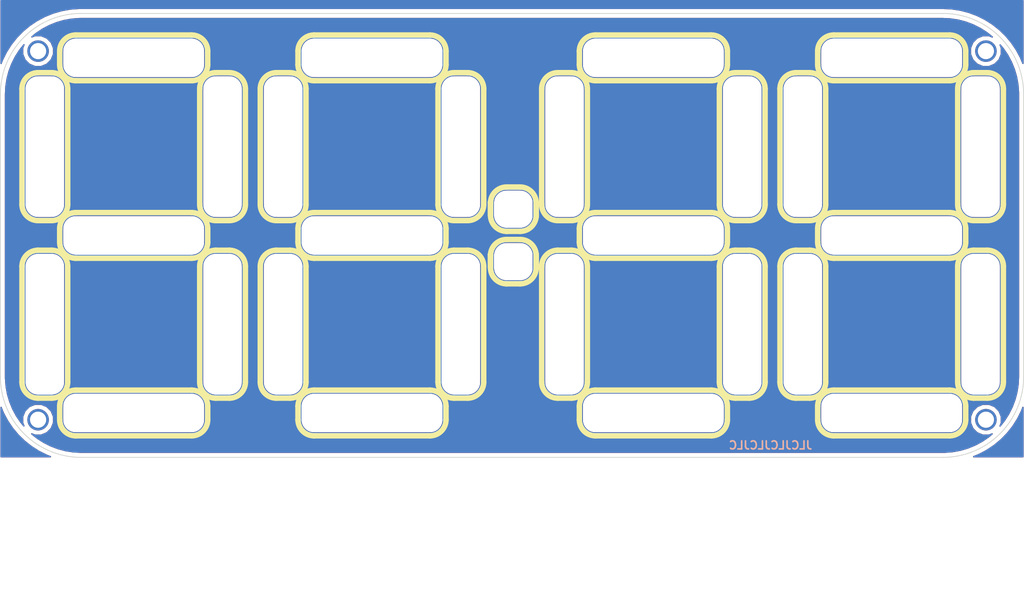
<source format=kicad_pcb>
(kicad_pcb (version 20171130) (host pcbnew "(5.0.0)")
  (layers (0 F.Cu signal) (31 B.Cu signal) (34 B.Paste user) (35 F.Paste user) (36 B.SilkS user) (37 F.SilkS user) (38 B.Mask user) (39 F.Mask user) (44 Edge.Cuts user))
  (net 0 "")
  (module "TEST:clock digit oval 4" (layer F.Cu) (at 143 110.25)
    (fp_text reference REF** hide)
    (fp_text value "clock digit oval" hide)
    (fp_line (start -4 -5.25) (end -1.5 -5.25) (layer F.Cu) (width 0.3))
    (fp_arc (start -4 -2.75) (end -4 -5.25) (angle -90) (layer B.Cu) (width 0.3))
    (fp_arc (start -1.5 -2.75) (end 1 -2.75) (angle -90) (layer F.Cu) (width 0.3))
    (fp_line (start -4 -5.25) (end -1.5 -5.25) (layer B.Cu) (width 0.3))
    (fp_line (start 1 -0.5) (end 1 -2.75) (layer F.Cu) (width 0.3))
    (fp_arc (start -4 -2.75) (end -4 -5.25) (angle -90) (layer F.Cu) (width 0.3))
    (fp_line (start -6.5 -2.75) (end -6.5 -0.5) (layer F.Cu) (width 0.3))
    (fp_arc (start -1.5 -2.75) (end 1 -2.75) (angle -90) (layer B.Cu) (width 0.3))
    (fp_line (start 1 -0.25) (end 1 -2.5) (layer B.Cu) (width 0.3))
    (fp_line (start -6.5 -2.5) (end -6.5 -0.25) (layer B.Cu) (width 0.3))
    (fp_line (start -6.5 -2.75) (end -6.5 -0.5) (layer B.Cu) (width 0.3))
    (fp_arc (start -4 -0.5) (end -6.5 -0.5) (angle -90) (layer B.Cu) (width 0.3))
    (fp_line (start -1.5 2) (end -4 2) (layer B.Cu) (width 0.3))
    (fp_arc (start -1.5 -0.5) (end -1.5 2) (angle -90) (layer B.Cu) (width 0.3))
    (fp_line (start 1 -0.5) (end 1 -2.75) (layer B.Cu) (width 0.3))
    (fp_line (start 1 -0.5) (end 1 -2.75) (layer F.Cu) (width 0.3))
    (fp_arc (start -1.5 -0.5) (end -1.5 2) (angle -90) (layer F.Cu) (width 0.3))
    (fp_line (start -1.5 2) (end -4 2) (layer F.Cu) (width 0.3))
    (fp_line (start -6.5 -2.75) (end -6.5 -0.5) (layer F.Cu) (width 0.3))
    (fp_arc (start -4 -0.5) (end -6.5 -0.5) (angle -90) (layer F.Cu) (width 0.3))
  )
  (module "TEST:clock digit oval 2" (layer F.Cu) (at 58.5 73.5 270)
    (fp_text reference REF** hide)
    (fp_text value "clock digit oval" hide)
    (fp_line (start -6.5 -22) (end -6.5 -0.5) (layer B.Cu) (width 0.3))
    (fp_arc (start -4 -0.5) (end -6.5 -0.5) (angle -90) (layer B.Cu) (width 0.3))
    (fp_line (start -1.5 2) (end -4 2) (layer B.Cu) (width 0.3))
    (fp_arc (start -4 -22) (end -4 -24.5) (angle -90) (layer B.Cu) (width 0.3))
    (fp_arc (start -1.5 -22) (end 1 -22) (angle -90) (layer B.Cu) (width 0.3))
    (fp_arc (start -1.5 -0.5) (end -1.5 2) (angle -90) (layer B.Cu) (width 0.3))
    (fp_line (start -4 -24.5) (end -1.5 -24.5) (layer B.Cu) (width 0.3))
    (fp_line (start 1 -0.5) (end 1 -22) (layer B.Cu) (width 0.3))
    (fp_line (start 1 -0.5) (end 1 -22) (layer F.Cu) (width 0.3))
    (fp_arc (start -1.5 -22) (end 1 -22) (angle -90) (layer F.Cu) (width 0.3))
    (fp_line (start -4 -24.5) (end -1.5 -24.5) (layer F.Cu) (width 0.3))
    (fp_arc (start -4 -22) (end -4 -24.5) (angle -90) (layer F.Cu) (width 0.3))
    (fp_arc (start -1.5 -0.5) (end -1.5 2) (angle -90) (layer F.Cu) (width 0.3))
    (fp_line (start -1.5 2) (end -4 2) (layer F.Cu) (width 0.3))
    (fp_line (start -6.5 -22) (end -6.5 -0.5) (layer F.Cu) (width 0.3))
    (fp_arc (start -4 -0.5) (end -6.5 -0.5) (angle -90) (layer F.Cu) (width 0.3))
  )
  (module "TEST:clock digit oval 2" (layer F.Cu) (at 50.5 76 180)
    (fp_text reference REF** hide)
    (fp_text value "clock digit oval" hide)
    (fp_arc (start -4 -0.5) (end -6.5 -0.5) (angle -90) (layer F.Cu) (width 0.3))
    (fp_line (start -6.5 -22) (end -6.5 -0.5) (layer F.Cu) (width 0.3))
    (fp_line (start -1.5 2) (end -4 2) (layer F.Cu) (width 0.3))
    (fp_arc (start -1.5 -0.5) (end -1.5 2) (angle -90) (layer F.Cu) (width 0.3))
    (fp_arc (start -4 -22) (end -4 -24.5) (angle -90) (layer F.Cu) (width 0.3))
    (fp_line (start -4 -24.5) (end -1.5 -24.5) (layer F.Cu) (width 0.3))
    (fp_arc (start -1.5 -22) (end 1 -22) (angle -90) (layer F.Cu) (width 0.3))
    (fp_line (start 1 -0.5) (end 1 -22) (layer F.Cu) (width 0.3))
    (fp_line (start 1 -0.5) (end 1 -22) (layer B.Cu) (width 0.3))
    (fp_line (start -4 -24.5) (end -1.5 -24.5) (layer B.Cu) (width 0.3))
    (fp_arc (start -1.5 -0.5) (end -1.5 2) (angle -90) (layer B.Cu) (width 0.3))
    (fp_arc (start -1.5 -22) (end 1 -22) (angle -90) (layer B.Cu) (width 0.3))
    (fp_arc (start -4 -22) (end -4 -24.5) (angle -90) (layer B.Cu) (width 0.3))
    (fp_line (start -1.5 2) (end -4 2) (layer B.Cu) (width 0.3))
    (fp_arc (start -4 -0.5) (end -6.5 -0.5) (angle -90) (layer B.Cu) (width 0.3))
    (fp_line (start -6.5 -22) (end -6.5 -0.5) (layer B.Cu) (width 0.3))
  )
  (module "TEST:clock digit oval 2" (layer F.Cu) (at 81 134 90)
    (fp_text reference REF** hide)
    (fp_text value "clock digit oval" hide)
    (fp_line (start -6.5 -22) (end -6.5 -0.5) (layer B.Cu) (width 0.3))
    (fp_arc (start -4 -0.5) (end -6.5 -0.5) (angle -90) (layer B.Cu) (width 0.3))
    (fp_line (start -1.5 2) (end -4 2) (layer B.Cu) (width 0.3))
    (fp_arc (start -4 -22) (end -4 -24.5) (angle -90) (layer B.Cu) (width 0.3))
    (fp_arc (start -1.5 -22) (end 1 -22) (angle -90) (layer B.Cu) (width 0.3))
    (fp_arc (start -1.5 -0.5) (end -1.5 2) (angle -90) (layer B.Cu) (width 0.3))
    (fp_line (start -4 -24.5) (end -1.5 -24.5) (layer B.Cu) (width 0.3))
    (fp_line (start 1 -0.5) (end 1 -22) (layer B.Cu) (width 0.3))
    (fp_line (start 1 -0.5) (end 1 -22) (layer F.Cu) (width 0.3))
    (fp_arc (start -1.5 -22) (end 1 -22) (angle -90) (layer F.Cu) (width 0.3))
    (fp_line (start -4 -24.5) (end -1.5 -24.5) (layer F.Cu) (width 0.3))
    (fp_arc (start -4 -22) (end -4 -24.5) (angle -90) (layer F.Cu) (width 0.3))
    (fp_arc (start -1.5 -0.5) (end -1.5 2) (angle -90) (layer F.Cu) (width 0.3))
    (fp_line (start -1.5 2) (end -4 2) (layer F.Cu) (width 0.3))
    (fp_line (start -6.5 -22) (end -6.5 -0.5) (layer F.Cu) (width 0.3))
    (fp_arc (start -4 -0.5) (end -6.5 -0.5) (angle -90) (layer F.Cu) (width 0.3))
  )
  (module "TEST:clock digit oval 2" (layer F.Cu) (at 89 98.5)
    (fp_text reference REF** hide)
    (fp_text value "clock digit oval" hide)
    (fp_line (start -6.5 -22) (end -6.5 -0.5) (layer B.Cu) (width 0.3))
    (fp_arc (start -4 -0.5) (end -6.5 -0.5) (angle -90) (layer B.Cu) (width 0.3))
    (fp_line (start -1.5 2) (end -4 2) (layer B.Cu) (width 0.3))
    (fp_arc (start -4 -22) (end -4 -24.5) (angle -90) (layer B.Cu) (width 0.3))
    (fp_arc (start -1.5 -22) (end 1 -22) (angle -90) (layer B.Cu) (width 0.3))
    (fp_arc (start -1.5 -0.5) (end -1.5 2) (angle -90) (layer B.Cu) (width 0.3))
    (fp_line (start -4 -24.5) (end -1.5 -24.5) (layer B.Cu) (width 0.3))
    (fp_line (start 1 -0.5) (end 1 -22) (layer B.Cu) (width 0.3))
    (fp_line (start 1 -0.5) (end 1 -22) (layer F.Cu) (width 0.3))
    (fp_arc (start -1.5 -22) (end 1 -22) (angle -90) (layer F.Cu) (width 0.3))
    (fp_line (start -4 -24.5) (end -1.5 -24.5) (layer F.Cu) (width 0.3))
    (fp_arc (start -4 -22) (end -4 -24.5) (angle -90) (layer F.Cu) (width 0.3))
    (fp_arc (start -1.5 -0.5) (end -1.5 2) (angle -90) (layer F.Cu) (width 0.3))
    (fp_line (start -1.5 2) (end -4 2) (layer F.Cu) (width 0.3))
    (fp_line (start -6.5 -22) (end -6.5 -0.5) (layer F.Cu) (width 0.3))
    (fp_arc (start -4 -0.5) (end -6.5 -0.5) (angle -90) (layer F.Cu) (width 0.3))
  )
  (module "TEST:clock digit oval 2" (layer F.Cu) (at 58.5 106.5 270)
    (fp_text reference REF** hide)
    (fp_text value "clock digit oval" hide)
    (fp_arc (start -4 -0.5) (end -6.5 -0.5) (angle -90) (layer F.Cu) (width 0.3))
    (fp_line (start -6.5 -22) (end -6.5 -0.5) (layer F.Cu) (width 0.3))
    (fp_line (start -1.5 2) (end -4 2) (layer F.Cu) (width 0.3))
    (fp_arc (start -1.5 -0.5) (end -1.5 2) (angle -90) (layer F.Cu) (width 0.3))
    (fp_arc (start -4 -22) (end -4 -24.5) (angle -90) (layer F.Cu) (width 0.3))
    (fp_line (start -4 -24.5) (end -1.5 -24.5) (layer F.Cu) (width 0.3))
    (fp_arc (start -1.5 -22) (end 1 -22) (angle -90) (layer F.Cu) (width 0.3))
    (fp_line (start 1 -0.5) (end 1 -22) (layer F.Cu) (width 0.3))
    (fp_line (start 1 -0.5) (end 1 -22) (layer B.Cu) (width 0.3))
    (fp_line (start -4 -24.5) (end -1.5 -24.5) (layer B.Cu) (width 0.3))
    (fp_arc (start -1.5 -0.5) (end -1.5 2) (angle -90) (layer B.Cu) (width 0.3))
    (fp_arc (start -1.5 -22) (end 1 -22) (angle -90) (layer B.Cu) (width 0.3))
    (fp_arc (start -4 -22) (end -4 -24.5) (angle -90) (layer B.Cu) (width 0.3))
    (fp_line (start -1.5 2) (end -4 2) (layer B.Cu) (width 0.3))
    (fp_arc (start -4 -0.5) (end -6.5 -0.5) (angle -90) (layer B.Cu) (width 0.3))
    (fp_line (start -6.5 -22) (end -6.5 -0.5) (layer B.Cu) (width 0.3))
  )
  (module "TEST:clock digit oval 2" (layer F.Cu) (at 50.5 109 180)
    (fp_text reference REF** hide)
    (fp_text value "clock digit oval" hide)
    (fp_line (start -6.5 -22) (end -6.5 -0.5) (layer B.Cu) (width 0.3))
    (fp_arc (start -4 -0.5) (end -6.5 -0.5) (angle -90) (layer B.Cu) (width 0.3))
    (fp_line (start -1.5 2) (end -4 2) (layer B.Cu) (width 0.3))
    (fp_arc (start -4 -22) (end -4 -24.5) (angle -90) (layer B.Cu) (width 0.3))
    (fp_arc (start -1.5 -22) (end 1 -22) (angle -90) (layer B.Cu) (width 0.3))
    (fp_arc (start -1.5 -0.5) (end -1.5 2) (angle -90) (layer B.Cu) (width 0.3))
    (fp_line (start -4 -24.5) (end -1.5 -24.5) (layer B.Cu) (width 0.3))
    (fp_line (start 1 -0.5) (end 1 -22) (layer B.Cu) (width 0.3))
    (fp_line (start 1 -0.5) (end 1 -22) (layer F.Cu) (width 0.3))
    (fp_arc (start -1.5 -22) (end 1 -22) (angle -90) (layer F.Cu) (width 0.3))
    (fp_line (start -4 -24.5) (end -1.5 -24.5) (layer F.Cu) (width 0.3))
    (fp_arc (start -4 -22) (end -4 -24.5) (angle -90) (layer F.Cu) (width 0.3))
    (fp_arc (start -1.5 -0.5) (end -1.5 2) (angle -90) (layer F.Cu) (width 0.3))
    (fp_line (start -1.5 2) (end -4 2) (layer F.Cu) (width 0.3))
    (fp_line (start -6.5 -22) (end -6.5 -0.5) (layer F.Cu) (width 0.3))
    (fp_arc (start -4 -0.5) (end -6.5 -0.5) (angle -90) (layer F.Cu) (width 0.3))
  )
  (module "TEST:clock digit oval 2" (layer F.Cu) (at 89 131.5)
    (fp_text reference REF** hide)
    (fp_text value "clock digit oval" hide)
    (fp_arc (start -4 -0.5) (end -6.5 -0.5) (angle -90) (layer F.Cu) (width 0.3))
    (fp_line (start -6.5 -22) (end -6.5 -0.5) (layer F.Cu) (width 0.3))
    (fp_line (start -1.5 2) (end -4 2) (layer F.Cu) (width 0.3))
    (fp_arc (start -1.5 -0.5) (end -1.5 2) (angle -90) (layer F.Cu) (width 0.3))
    (fp_arc (start -4 -22) (end -4 -24.5) (angle -90) (layer F.Cu) (width 0.3))
    (fp_line (start -4 -24.5) (end -1.5 -24.5) (layer F.Cu) (width 0.3))
    (fp_arc (start -1.5 -22) (end 1 -22) (angle -90) (layer F.Cu) (width 0.3))
    (fp_line (start 1 -0.5) (end 1 -22) (layer F.Cu) (width 0.3))
    (fp_line (start 1 -0.5) (end 1 -22) (layer B.Cu) (width 0.3))
    (fp_line (start -4 -24.5) (end -1.5 -24.5) (layer B.Cu) (width 0.3))
    (fp_arc (start -1.5 -0.5) (end -1.5 2) (angle -90) (layer B.Cu) (width 0.3))
    (fp_arc (start -1.5 -22) (end 1 -22) (angle -90) (layer B.Cu) (width 0.3))
    (fp_arc (start -4 -22) (end -4 -24.5) (angle -90) (layer B.Cu) (width 0.3))
    (fp_line (start -1.5 2) (end -4 2) (layer B.Cu) (width 0.3))
    (fp_arc (start -4 -0.5) (end -6.5 -0.5) (angle -90) (layer B.Cu) (width 0.3))
    (fp_line (start -6.5 -22) (end -6.5 -0.5) (layer B.Cu) (width 0.3))
  )
  (module "TEST:clock digit oval 2" (layer F.Cu) (at 102.75 73.5 270)
    (fp_text reference REF** hide)
    (fp_text value "clock digit oval" hide)
    (fp_line (start -6.5 -22) (end -6.5 -0.5) (layer B.Cu) (width 0.3))
    (fp_arc (start -4 -0.5) (end -6.5 -0.5) (angle -90) (layer B.Cu) (width 0.3))
    (fp_line (start -1.5 2) (end -4 2) (layer B.Cu) (width 0.3))
    (fp_arc (start -4 -22) (end -4 -24.5) (angle -90) (layer B.Cu) (width 0.3))
    (fp_arc (start -1.5 -22) (end 1 -22) (angle -90) (layer B.Cu) (width 0.3))
    (fp_arc (start -1.5 -0.5) (end -1.5 2) (angle -90) (layer B.Cu) (width 0.3))
    (fp_line (start -4 -24.5) (end -1.5 -24.5) (layer B.Cu) (width 0.3))
    (fp_line (start 1 -0.5) (end 1 -22) (layer B.Cu) (width 0.3))
    (fp_line (start 1 -0.5) (end 1 -22) (layer F.Cu) (width 0.3))
    (fp_arc (start -1.5 -22) (end 1 -22) (angle -90) (layer F.Cu) (width 0.3))
    (fp_line (start -4 -24.5) (end -1.5 -24.5) (layer F.Cu) (width 0.3))
    (fp_arc (start -4 -22) (end -4 -24.5) (angle -90) (layer F.Cu) (width 0.3))
    (fp_arc (start -1.5 -0.5) (end -1.5 2) (angle -90) (layer F.Cu) (width 0.3))
    (fp_line (start -1.5 2) (end -4 2) (layer F.Cu) (width 0.3))
    (fp_line (start -6.5 -22) (end -6.5 -0.5) (layer F.Cu) (width 0.3))
    (fp_arc (start -4 -0.5) (end -6.5 -0.5) (angle -90) (layer F.Cu) (width 0.3))
  )
  (module "TEST:clock digit oval 2" (layer F.Cu) (at 94.75 76 180)
    (fp_text reference REF** hide)
    (fp_text value "clock digit oval" hide)
    (fp_arc (start -4 -0.5) (end -6.5 -0.5) (angle -90) (layer F.Cu) (width 0.3))
    (fp_line (start -6.5 -22) (end -6.5 -0.5) (layer F.Cu) (width 0.3))
    (fp_line (start -1.5 2) (end -4 2) (layer F.Cu) (width 0.3))
    (fp_arc (start -1.5 -0.5) (end -1.5 2) (angle -90) (layer F.Cu) (width 0.3))
    (fp_arc (start -4 -22) (end -4 -24.5) (angle -90) (layer F.Cu) (width 0.3))
    (fp_line (start -4 -24.5) (end -1.5 -24.5) (layer F.Cu) (width 0.3))
    (fp_arc (start -1.5 -22) (end 1 -22) (angle -90) (layer F.Cu) (width 0.3))
    (fp_line (start 1 -0.5) (end 1 -22) (layer F.Cu) (width 0.3))
    (fp_line (start 1 -0.5) (end 1 -22) (layer B.Cu) (width 0.3))
    (fp_line (start -4 -24.5) (end -1.5 -24.5) (layer B.Cu) (width 0.3))
    (fp_arc (start -1.5 -0.5) (end -1.5 2) (angle -90) (layer B.Cu) (width 0.3))
    (fp_arc (start -1.5 -22) (end 1 -22) (angle -90) (layer B.Cu) (width 0.3))
    (fp_arc (start -4 -22) (end -4 -24.5) (angle -90) (layer B.Cu) (width 0.3))
    (fp_line (start -1.5 2) (end -4 2) (layer B.Cu) (width 0.3))
    (fp_arc (start -4 -0.5) (end -6.5 -0.5) (angle -90) (layer B.Cu) (width 0.3))
    (fp_line (start -6.5 -22) (end -6.5 -0.5) (layer B.Cu) (width 0.3))
  )
  (module "TEST:clock digit oval 2" (layer F.Cu) (at 125.25 134 90)
    (fp_text reference REF** hide)
    (fp_text value "clock digit oval" hide)
    (fp_line (start -6.5 -22) (end -6.5 -0.5) (layer B.Cu) (width 0.3))
    (fp_arc (start -4 -0.5) (end -6.5 -0.5) (angle -90) (layer B.Cu) (width 0.3))
    (fp_line (start -1.5 2) (end -4 2) (layer B.Cu) (width 0.3))
    (fp_arc (start -4 -22) (end -4 -24.5) (angle -90) (layer B.Cu) (width 0.3))
    (fp_arc (start -1.5 -22) (end 1 -22) (angle -90) (layer B.Cu) (width 0.3))
    (fp_arc (start -1.5 -0.5) (end -1.5 2) (angle -90) (layer B.Cu) (width 0.3))
    (fp_line (start -4 -24.5) (end -1.5 -24.5) (layer B.Cu) (width 0.3))
    (fp_line (start 1 -0.5) (end 1 -22) (layer B.Cu) (width 0.3))
    (fp_line (start 1 -0.5) (end 1 -22) (layer F.Cu) (width 0.3))
    (fp_arc (start -1.5 -22) (end 1 -22) (angle -90) (layer F.Cu) (width 0.3))
    (fp_line (start -4 -24.5) (end -1.5 -24.5) (layer F.Cu) (width 0.3))
    (fp_arc (start -4 -22) (end -4 -24.5) (angle -90) (layer F.Cu) (width 0.3))
    (fp_arc (start -1.5 -0.5) (end -1.5 2) (angle -90) (layer F.Cu) (width 0.3))
    (fp_line (start -1.5 2) (end -4 2) (layer F.Cu) (width 0.3))
    (fp_line (start -6.5 -22) (end -6.5 -0.5) (layer F.Cu) (width 0.3))
    (fp_arc (start -4 -0.5) (end -6.5 -0.5) (angle -90) (layer F.Cu) (width 0.3))
  )
  (module "TEST:clock digit oval 2" (layer F.Cu) (at 133.25 98.5)
    (fp_text reference REF** hide)
    (fp_text value "clock digit oval" hide)
    (fp_line (start -6.5 -22) (end -6.5 -0.5) (layer B.Cu) (width 0.3))
    (fp_arc (start -4 -0.5) (end -6.5 -0.5) (angle -90) (layer B.Cu) (width 0.3))
    (fp_line (start -1.5 2) (end -4 2) (layer B.Cu) (width 0.3))
    (fp_arc (start -4 -22) (end -4 -24.5) (angle -90) (layer B.Cu) (width 0.3))
    (fp_arc (start -1.5 -22) (end 1 -22) (angle -90) (layer B.Cu) (width 0.3))
    (fp_arc (start -1.5 -0.5) (end -1.5 2) (angle -90) (layer B.Cu) (width 0.3))
    (fp_line (start -4 -24.5) (end -1.5 -24.5) (layer B.Cu) (width 0.3))
    (fp_line (start 1 -0.5) (end 1 -22) (layer B.Cu) (width 0.3))
    (fp_line (start 1 -0.5) (end 1 -22) (layer F.Cu) (width 0.3))
    (fp_arc (start -1.5 -22) (end 1 -22) (angle -90) (layer F.Cu) (width 0.3))
    (fp_line (start -4 -24.5) (end -1.5 -24.5) (layer F.Cu) (width 0.3))
    (fp_arc (start -4 -22) (end -4 -24.5) (angle -90) (layer F.Cu) (width 0.3))
    (fp_arc (start -1.5 -0.5) (end -1.5 2) (angle -90) (layer F.Cu) (width 0.3))
    (fp_line (start -1.5 2) (end -4 2) (layer F.Cu) (width 0.3))
    (fp_line (start -6.5 -22) (end -6.5 -0.5) (layer F.Cu) (width 0.3))
    (fp_arc (start -4 -0.5) (end -6.5 -0.5) (angle -90) (layer F.Cu) (width 0.3))
  )
  (module "TEST:clock digit oval 2" (layer F.Cu) (at 102.75 106.5 270)
    (fp_text reference REF** hide)
    (fp_text value "clock digit oval" hide)
    (fp_arc (start -4 -0.5) (end -6.5 -0.5) (angle -90) (layer F.Cu) (width 0.3))
    (fp_line (start -6.5 -22) (end -6.5 -0.5) (layer F.Cu) (width 0.3))
    (fp_line (start -1.5 2) (end -4 2) (layer F.Cu) (width 0.3))
    (fp_arc (start -1.5 -0.5) (end -1.5 2) (angle -90) (layer F.Cu) (width 0.3))
    (fp_arc (start -4 -22) (end -4 -24.5) (angle -90) (layer F.Cu) (width 0.3))
    (fp_line (start -4 -24.5) (end -1.5 -24.5) (layer F.Cu) (width 0.3))
    (fp_arc (start -1.5 -22) (end 1 -22) (angle -90) (layer F.Cu) (width 0.3))
    (fp_line (start 1 -0.5) (end 1 -22) (layer F.Cu) (width 0.3))
    (fp_line (start 1 -0.5) (end 1 -22) (layer B.Cu) (width 0.3))
    (fp_line (start -4 -24.5) (end -1.5 -24.5) (layer B.Cu) (width 0.3))
    (fp_arc (start -1.5 -0.5) (end -1.5 2) (angle -90) (layer B.Cu) (width 0.3))
    (fp_arc (start -1.5 -22) (end 1 -22) (angle -90) (layer B.Cu) (width 0.3))
    (fp_arc (start -4 -22) (end -4 -24.5) (angle -90) (layer B.Cu) (width 0.3))
    (fp_line (start -1.5 2) (end -4 2) (layer B.Cu) (width 0.3))
    (fp_arc (start -4 -0.5) (end -6.5 -0.5) (angle -90) (layer B.Cu) (width 0.3))
    (fp_line (start -6.5 -22) (end -6.5 -0.5) (layer B.Cu) (width 0.3))
  )
  (module "TEST:clock digit oval 2" (layer F.Cu) (at 94.75 109 180)
    (fp_text reference REF** hide)
    (fp_text value "clock digit oval" hide)
    (fp_line (start -6.5 -22) (end -6.5 -0.5) (layer B.Cu) (width 0.3))
    (fp_arc (start -4 -0.5) (end -6.5 -0.5) (angle -90) (layer B.Cu) (width 0.3))
    (fp_line (start -1.5 2) (end -4 2) (layer B.Cu) (width 0.3))
    (fp_arc (start -4 -22) (end -4 -24.5) (angle -90) (layer B.Cu) (width 0.3))
    (fp_arc (start -1.5 -22) (end 1 -22) (angle -90) (layer B.Cu) (width 0.3))
    (fp_arc (start -1.5 -0.5) (end -1.5 2) (angle -90) (layer B.Cu) (width 0.3))
    (fp_line (start -4 -24.5) (end -1.5 -24.5) (layer B.Cu) (width 0.3))
    (fp_line (start 1 -0.5) (end 1 -22) (layer B.Cu) (width 0.3))
    (fp_line (start 1 -0.5) (end 1 -22) (layer F.Cu) (width 0.3))
    (fp_arc (start -1.5 -22) (end 1 -22) (angle -90) (layer F.Cu) (width 0.3))
    (fp_line (start -4 -24.5) (end -1.5 -24.5) (layer F.Cu) (width 0.3))
    (fp_arc (start -4 -22) (end -4 -24.5) (angle -90) (layer F.Cu) (width 0.3))
    (fp_arc (start -1.5 -0.5) (end -1.5 2) (angle -90) (layer F.Cu) (width 0.3))
    (fp_line (start -1.5 2) (end -4 2) (layer F.Cu) (width 0.3))
    (fp_line (start -6.5 -22) (end -6.5 -0.5) (layer F.Cu) (width 0.3))
    (fp_arc (start -4 -0.5) (end -6.5 -0.5) (angle -90) (layer F.Cu) (width 0.3))
  )
  (module "TEST:clock digit oval 2" (layer F.Cu) (at 133.25 131.5)
    (fp_text reference REF** hide)
    (fp_text value "clock digit oval" hide)
    (fp_arc (start -4 -0.5) (end -6.5 -0.5) (angle -90) (layer F.Cu) (width 0.3))
    (fp_line (start -6.5 -22) (end -6.5 -0.5) (layer F.Cu) (width 0.3))
    (fp_line (start -1.5 2) (end -4 2) (layer F.Cu) (width 0.3))
    (fp_arc (start -1.5 -0.5) (end -1.5 2) (angle -90) (layer F.Cu) (width 0.3))
    (fp_arc (start -4 -22) (end -4 -24.5) (angle -90) (layer F.Cu) (width 0.3))
    (fp_line (start -4 -24.5) (end -1.5 -24.5) (layer F.Cu) (width 0.3))
    (fp_arc (start -1.5 -22) (end 1 -22) (angle -90) (layer F.Cu) (width 0.3))
    (fp_line (start 1 -0.5) (end 1 -22) (layer F.Cu) (width 0.3))
    (fp_line (start 1 -0.5) (end 1 -22) (layer B.Cu) (width 0.3))
    (fp_line (start -4 -24.5) (end -1.5 -24.5) (layer B.Cu) (width 0.3))
    (fp_arc (start -1.5 -0.5) (end -1.5 2) (angle -90) (layer B.Cu) (width 0.3))
    (fp_arc (start -1.5 -22) (end 1 -22) (angle -90) (layer B.Cu) (width 0.3))
    (fp_arc (start -4 -22) (end -4 -24.5) (angle -90) (layer B.Cu) (width 0.3))
    (fp_line (start -1.5 2) (end -4 2) (layer B.Cu) (width 0.3))
    (fp_arc (start -4 -0.5) (end -6.5 -0.5) (angle -90) (layer B.Cu) (width 0.3))
    (fp_line (start -6.5 -22) (end -6.5 -0.5) (layer B.Cu) (width 0.3))
  )
  (module "TEST:clock digit oval 2" (layer F.Cu) (at 155 73.5 270)
    (fp_text reference REF** hide)
    (fp_text value "clock digit oval" hide)
    (fp_line (start -6.5 -22) (end -6.5 -0.5) (layer B.Cu) (width 0.3))
    (fp_arc (start -4 -0.5) (end -6.5 -0.5) (angle -90) (layer B.Cu) (width 0.3))
    (fp_line (start -1.5 2) (end -4 2) (layer B.Cu) (width 0.3))
    (fp_arc (start -4 -22) (end -4 -24.5) (angle -90) (layer B.Cu) (width 0.3))
    (fp_arc (start -1.5 -22) (end 1 -22) (angle -90) (layer B.Cu) (width 0.3))
    (fp_arc (start -1.5 -0.5) (end -1.5 2) (angle -90) (layer B.Cu) (width 0.3))
    (fp_line (start -4 -24.5) (end -1.5 -24.5) (layer B.Cu) (width 0.3))
    (fp_line (start 1 -0.5) (end 1 -22) (layer B.Cu) (width 0.3))
    (fp_line (start 1 -0.5) (end 1 -22) (layer F.Cu) (width 0.3))
    (fp_arc (start -1.5 -22) (end 1 -22) (angle -90) (layer F.Cu) (width 0.3))
    (fp_line (start -4 -24.5) (end -1.5 -24.5) (layer F.Cu) (width 0.3))
    (fp_arc (start -4 -22) (end -4 -24.5) (angle -90) (layer F.Cu) (width 0.3))
    (fp_arc (start -1.5 -0.5) (end -1.5 2) (angle -90) (layer F.Cu) (width 0.3))
    (fp_line (start -1.5 2) (end -4 2) (layer F.Cu) (width 0.3))
    (fp_line (start -6.5 -22) (end -6.5 -0.5) (layer F.Cu) (width 0.3))
    (fp_arc (start -4 -0.5) (end -6.5 -0.5) (angle -90) (layer F.Cu) (width 0.3))
  )
  (module "TEST:clock digit oval 2" (layer F.Cu) (at 147 76 180)
    (fp_text reference REF** hide)
    (fp_text value "clock digit oval" hide)
    (fp_arc (start -4 -0.5) (end -6.5 -0.5) (angle -90) (layer F.Cu) (width 0.3))
    (fp_line (start -6.5 -22) (end -6.5 -0.5) (layer F.Cu) (width 0.3))
    (fp_line (start -1.5 2) (end -4 2) (layer F.Cu) (width 0.3))
    (fp_arc (start -1.5 -0.5) (end -1.5 2) (angle -90) (layer F.Cu) (width 0.3))
    (fp_arc (start -4 -22) (end -4 -24.5) (angle -90) (layer F.Cu) (width 0.3))
    (fp_line (start -4 -24.5) (end -1.5 -24.5) (layer F.Cu) (width 0.3))
    (fp_arc (start -1.5 -22) (end 1 -22) (angle -90) (layer F.Cu) (width 0.3))
    (fp_line (start 1 -0.5) (end 1 -22) (layer F.Cu) (width 0.3))
    (fp_line (start 1 -0.5) (end 1 -22) (layer B.Cu) (width 0.3))
    (fp_line (start -4 -24.5) (end -1.5 -24.5) (layer B.Cu) (width 0.3))
    (fp_arc (start -1.5 -0.5) (end -1.5 2) (angle -90) (layer B.Cu) (width 0.3))
    (fp_arc (start -1.5 -22) (end 1 -22) (angle -90) (layer B.Cu) (width 0.3))
    (fp_arc (start -4 -22) (end -4 -24.5) (angle -90) (layer B.Cu) (width 0.3))
    (fp_line (start -1.5 2) (end -4 2) (layer B.Cu) (width 0.3))
    (fp_arc (start -4 -0.5) (end -6.5 -0.5) (angle -90) (layer B.Cu) (width 0.3))
    (fp_line (start -6.5 -22) (end -6.5 -0.5) (layer B.Cu) (width 0.3))
  )
  (module "TEST:clock digit oval 2" (layer F.Cu) (at 177.5 134 90)
    (fp_text reference REF** hide)
    (fp_text value "clock digit oval" hide)
    (fp_line (start -6.5 -22) (end -6.5 -0.5) (layer B.Cu) (width 0.3))
    (fp_arc (start -4 -0.5) (end -6.5 -0.5) (angle -90) (layer B.Cu) (width 0.3))
    (fp_line (start -1.5 2) (end -4 2) (layer B.Cu) (width 0.3))
    (fp_arc (start -4 -22) (end -4 -24.5) (angle -90) (layer B.Cu) (width 0.3))
    (fp_arc (start -1.5 -22) (end 1 -22) (angle -90) (layer B.Cu) (width 0.3))
    (fp_arc (start -1.5 -0.5) (end -1.5 2) (angle -90) (layer B.Cu) (width 0.3))
    (fp_line (start -4 -24.5) (end -1.5 -24.5) (layer B.Cu) (width 0.3))
    (fp_line (start 1 -0.5) (end 1 -22) (layer B.Cu) (width 0.3))
    (fp_line (start 1 -0.5) (end 1 -22) (layer F.Cu) (width 0.3))
    (fp_arc (start -1.5 -22) (end 1 -22) (angle -90) (layer F.Cu) (width 0.3))
    (fp_line (start -4 -24.5) (end -1.5 -24.5) (layer F.Cu) (width 0.3))
    (fp_arc (start -4 -22) (end -4 -24.5) (angle -90) (layer F.Cu) (width 0.3))
    (fp_arc (start -1.5 -0.5) (end -1.5 2) (angle -90) (layer F.Cu) (width 0.3))
    (fp_line (start -1.5 2) (end -4 2) (layer F.Cu) (width 0.3))
    (fp_line (start -6.5 -22) (end -6.5 -0.5) (layer F.Cu) (width 0.3))
    (fp_arc (start -4 -0.5) (end -6.5 -0.5) (angle -90) (layer F.Cu) (width 0.3))
  )
  (module "TEST:clock digit oval 2" (layer F.Cu) (at 185.5 98.5)
    (fp_text reference REF** hide)
    (fp_text value "clock digit oval" hide)
    (fp_line (start -6.5 -22) (end -6.5 -0.5) (layer B.Cu) (width 0.3))
    (fp_arc (start -4 -0.5) (end -6.5 -0.5) (angle -90) (layer B.Cu) (width 0.3))
    (fp_line (start -1.5 2) (end -4 2) (layer B.Cu) (width 0.3))
    (fp_arc (start -4 -22) (end -4 -24.5) (angle -90) (layer B.Cu) (width 0.3))
    (fp_arc (start -1.5 -22) (end 1 -22) (angle -90) (layer B.Cu) (width 0.3))
    (fp_arc (start -1.5 -0.5) (end -1.5 2) (angle -90) (layer B.Cu) (width 0.3))
    (fp_line (start -4 -24.5) (end -1.5 -24.5) (layer B.Cu) (width 0.3))
    (fp_line (start 1 -0.5) (end 1 -22) (layer B.Cu) (width 0.3))
    (fp_line (start 1 -0.5) (end 1 -22) (layer F.Cu) (width 0.3))
    (fp_arc (start -1.5 -22) (end 1 -22) (angle -90) (layer F.Cu) (width 0.3))
    (fp_line (start -4 -24.5) (end -1.5 -24.5) (layer F.Cu) (width 0.3))
    (fp_arc (start -4 -22) (end -4 -24.5) (angle -90) (layer F.Cu) (width 0.3))
    (fp_arc (start -1.5 -0.5) (end -1.5 2) (angle -90) (layer F.Cu) (width 0.3))
    (fp_line (start -1.5 2) (end -4 2) (layer F.Cu) (width 0.3))
    (fp_line (start -6.5 -22) (end -6.5 -0.5) (layer F.Cu) (width 0.3))
    (fp_arc (start -4 -0.5) (end -6.5 -0.5) (angle -90) (layer F.Cu) (width 0.3))
  )
  (module "TEST:clock digit oval 2" (layer F.Cu) (at 155 106.5 270)
    (fp_text reference REF** hide)
    (fp_text value "clock digit oval" hide)
    (fp_arc (start -4 -0.5) (end -6.5 -0.5) (angle -90) (layer F.Cu) (width 0.3))
    (fp_line (start -6.5 -22) (end -6.5 -0.5) (layer F.Cu) (width 0.3))
    (fp_line (start -1.5 2) (end -4 2) (layer F.Cu) (width 0.3))
    (fp_arc (start -1.5 -0.5) (end -1.5 2) (angle -90) (layer F.Cu) (width 0.3))
    (fp_arc (start -4 -22) (end -4 -24.5) (angle -90) (layer F.Cu) (width 0.3))
    (fp_line (start -4 -24.5) (end -1.5 -24.5) (layer F.Cu) (width 0.3))
    (fp_arc (start -1.5 -22) (end 1 -22) (angle -90) (layer F.Cu) (width 0.3))
    (fp_line (start 1 -0.5) (end 1 -22) (layer F.Cu) (width 0.3))
    (fp_line (start 1 -0.5) (end 1 -22) (layer B.Cu) (width 0.3))
    (fp_line (start -4 -24.5) (end -1.5 -24.5) (layer B.Cu) (width 0.3))
    (fp_arc (start -1.5 -0.5) (end -1.5 2) (angle -90) (layer B.Cu) (width 0.3))
    (fp_arc (start -1.5 -22) (end 1 -22) (angle -90) (layer B.Cu) (width 0.3))
    (fp_arc (start -4 -22) (end -4 -24.5) (angle -90) (layer B.Cu) (width 0.3))
    (fp_line (start -1.5 2) (end -4 2) (layer B.Cu) (width 0.3))
    (fp_arc (start -4 -0.5) (end -6.5 -0.5) (angle -90) (layer B.Cu) (width 0.3))
    (fp_line (start -6.5 -22) (end -6.5 -0.5) (layer B.Cu) (width 0.3))
  )
  (module "TEST:clock digit oval 2" (layer F.Cu) (at 147 109 180)
    (fp_text reference REF** hide)
    (fp_text value "clock digit oval" hide)
    (fp_line (start -6.5 -22) (end -6.5 -0.5) (layer B.Cu) (width 0.3))
    (fp_arc (start -4 -0.5) (end -6.5 -0.5) (angle -90) (layer B.Cu) (width 0.3))
    (fp_line (start -1.5 2) (end -4 2) (layer B.Cu) (width 0.3))
    (fp_arc (start -4 -22) (end -4 -24.5) (angle -90) (layer B.Cu) (width 0.3))
    (fp_arc (start -1.5 -22) (end 1 -22) (angle -90) (layer B.Cu) (width 0.3))
    (fp_arc (start -1.5 -0.5) (end -1.5 2) (angle -90) (layer B.Cu) (width 0.3))
    (fp_line (start -4 -24.5) (end -1.5 -24.5) (layer B.Cu) (width 0.3))
    (fp_line (start 1 -0.5) (end 1 -22) (layer B.Cu) (width 0.3))
    (fp_line (start 1 -0.5) (end 1 -22) (layer F.Cu) (width 0.3))
    (fp_arc (start -1.5 -22) (end 1 -22) (angle -90) (layer F.Cu) (width 0.3))
    (fp_line (start -4 -24.5) (end -1.5 -24.5) (layer F.Cu) (width 0.3))
    (fp_arc (start -4 -22) (end -4 -24.5) (angle -90) (layer F.Cu) (width 0.3))
    (fp_arc (start -1.5 -0.5) (end -1.5 2) (angle -90) (layer F.Cu) (width 0.3))
    (fp_line (start -1.5 2) (end -4 2) (layer F.Cu) (width 0.3))
    (fp_line (start -6.5 -22) (end -6.5 -0.5) (layer F.Cu) (width 0.3))
    (fp_arc (start -4 -0.5) (end -6.5 -0.5) (angle -90) (layer F.Cu) (width 0.3))
  )
  (module "TEST:clock digit oval 2" (layer F.Cu) (at 185.5 131.5)
    (fp_text reference REF** hide)
    (fp_text value "clock digit oval" hide)
    (fp_arc (start -4 -0.5) (end -6.5 -0.5) (angle -90) (layer F.Cu) (width 0.3))
    (fp_line (start -6.5 -22) (end -6.5 -0.5) (layer F.Cu) (width 0.3))
    (fp_line (start -1.5 2) (end -4 2) (layer F.Cu) (width 0.3))
    (fp_arc (start -1.5 -0.5) (end -1.5 2) (angle -90) (layer F.Cu) (width 0.3))
    (fp_arc (start -4 -22) (end -4 -24.5) (angle -90) (layer F.Cu) (width 0.3))
    (fp_line (start -4 -24.5) (end -1.5 -24.5) (layer F.Cu) (width 0.3))
    (fp_arc (start -1.5 -22) (end 1 -22) (angle -90) (layer F.Cu) (width 0.3))
    (fp_line (start 1 -0.5) (end 1 -22) (layer F.Cu) (width 0.3))
    (fp_line (start 1 -0.5) (end 1 -22) (layer B.Cu) (width 0.3))
    (fp_line (start -4 -24.5) (end -1.5 -24.5) (layer B.Cu) (width 0.3))
    (fp_arc (start -1.5 -0.5) (end -1.5 2) (angle -90) (layer B.Cu) (width 0.3))
    (fp_arc (start -1.5 -22) (end 1 -22) (angle -90) (layer B.Cu) (width 0.3))
    (fp_arc (start -4 -22) (end -4 -24.5) (angle -90) (layer B.Cu) (width 0.3))
    (fp_line (start -1.5 2) (end -4 2) (layer B.Cu) (width 0.3))
    (fp_arc (start -4 -0.5) (end -6.5 -0.5) (angle -90) (layer B.Cu) (width 0.3))
    (fp_line (start -6.5 -22) (end -6.5 -0.5) (layer B.Cu) (width 0.3))
  )
  (module "TEST:clock digit oval 2" (layer F.Cu) (at 199.25 73.5 270)
    (fp_text reference REF** hide)
    (fp_text value "clock digit oval" hide)
    (fp_line (start -6.5 -22) (end -6.5 -0.5) (layer B.Cu) (width 0.3))
    (fp_arc (start -4 -0.5) (end -6.5 -0.5) (angle -90) (layer B.Cu) (width 0.3))
    (fp_line (start -1.5 2) (end -4 2) (layer B.Cu) (width 0.3))
    (fp_arc (start -4 -22) (end -4 -24.5) (angle -90) (layer B.Cu) (width 0.3))
    (fp_arc (start -1.5 -22) (end 1 -22) (angle -90) (layer B.Cu) (width 0.3))
    (fp_arc (start -1.5 -0.5) (end -1.5 2) (angle -90) (layer B.Cu) (width 0.3))
    (fp_line (start -4 -24.5) (end -1.5 -24.5) (layer B.Cu) (width 0.3))
    (fp_line (start 1 -0.5) (end 1 -22) (layer B.Cu) (width 0.3))
    (fp_line (start 1 -0.5) (end 1 -22) (layer F.Cu) (width 0.3))
    (fp_arc (start -1.5 -22) (end 1 -22) (angle -90) (layer F.Cu) (width 0.3))
    (fp_line (start -4 -24.5) (end -1.5 -24.5) (layer F.Cu) (width 0.3))
    (fp_arc (start -4 -22) (end -4 -24.5) (angle -90) (layer F.Cu) (width 0.3))
    (fp_arc (start -1.5 -0.5) (end -1.5 2) (angle -90) (layer F.Cu) (width 0.3))
    (fp_line (start -1.5 2) (end -4 2) (layer F.Cu) (width 0.3))
    (fp_line (start -6.5 -22) (end -6.5 -0.5) (layer F.Cu) (width 0.3))
    (fp_arc (start -4 -0.5) (end -6.5 -0.5) (angle -90) (layer F.Cu) (width 0.3))
  )
  (module "TEST:clock digit oval 2" (layer F.Cu) (at 191.25 76 180)
    (fp_text reference REF** hide)
    (fp_text value "clock digit oval" hide)
    (fp_arc (start -4 -0.5) (end -6.5 -0.5) (angle -90) (layer F.Cu) (width 0.3))
    (fp_line (start -6.5 -22) (end -6.5 -0.5) (layer F.Cu) (width 0.3))
    (fp_line (start -1.5 2) (end -4 2) (layer F.Cu) (width 0.3))
    (fp_arc (start -1.5 -0.5) (end -1.5 2) (angle -90) (layer F.Cu) (width 0.3))
    (fp_arc (start -4 -22) (end -4 -24.5) (angle -90) (layer F.Cu) (width 0.3))
    (fp_line (start -4 -24.5) (end -1.5 -24.5) (layer F.Cu) (width 0.3))
    (fp_arc (start -1.5 -22) (end 1 -22) (angle -90) (layer F.Cu) (width 0.3))
    (fp_line (start 1 -0.5) (end 1 -22) (layer F.Cu) (width 0.3))
    (fp_line (start 1 -0.5) (end 1 -22) (layer B.Cu) (width 0.3))
    (fp_line (start -4 -24.5) (end -1.5 -24.5) (layer B.Cu) (width 0.3))
    (fp_arc (start -1.5 -0.5) (end -1.5 2) (angle -90) (layer B.Cu) (width 0.3))
    (fp_arc (start -1.5 -22) (end 1 -22) (angle -90) (layer B.Cu) (width 0.3))
    (fp_arc (start -4 -22) (end -4 -24.5) (angle -90) (layer B.Cu) (width 0.3))
    (fp_line (start -1.5 2) (end -4 2) (layer B.Cu) (width 0.3))
    (fp_arc (start -4 -0.5) (end -6.5 -0.5) (angle -90) (layer B.Cu) (width 0.3))
    (fp_line (start -6.5 -22) (end -6.5 -0.5) (layer B.Cu) (width 0.3))
  )
  (module "TEST:clock digit oval 2" (layer F.Cu) (at 229.75 98.5)
    (fp_text reference REF** hide)
    (fp_text value "clock digit oval" hide)
    (fp_line (start -6.5 -22) (end -6.5 -0.5) (layer B.Cu) (width 0.3))
    (fp_arc (start -4 -0.5) (end -6.5 -0.5) (angle -90) (layer B.Cu) (width 0.3))
    (fp_line (start -1.5 2) (end -4 2) (layer B.Cu) (width 0.3))
    (fp_arc (start -4 -22) (end -4 -24.5) (angle -90) (layer B.Cu) (width 0.3))
    (fp_arc (start -1.5 -22) (end 1 -22) (angle -90) (layer B.Cu) (width 0.3))
    (fp_arc (start -1.5 -0.5) (end -1.5 2) (angle -90) (layer B.Cu) (width 0.3))
    (fp_line (start -4 -24.5) (end -1.5 -24.5) (layer B.Cu) (width 0.3))
    (fp_line (start 1 -0.5) (end 1 -22) (layer B.Cu) (width 0.3))
    (fp_line (start 1 -0.5) (end 1 -22) (layer F.Cu) (width 0.3))
    (fp_arc (start -1.5 -22) (end 1 -22) (angle -90) (layer F.Cu) (width 0.3))
    (fp_line (start -4 -24.5) (end -1.5 -24.5) (layer F.Cu) (width 0.3))
    (fp_arc (start -4 -22) (end -4 -24.5) (angle -90) (layer F.Cu) (width 0.3))
    (fp_arc (start -1.5 -0.5) (end -1.5 2) (angle -90) (layer F.Cu) (width 0.3))
    (fp_line (start -1.5 2) (end -4 2) (layer F.Cu) (width 0.3))
    (fp_line (start -6.5 -22) (end -6.5 -0.5) (layer F.Cu) (width 0.3))
    (fp_arc (start -4 -0.5) (end -6.5 -0.5) (angle -90) (layer F.Cu) (width 0.3))
  )
  (module "TEST:clock digit oval 2" (layer F.Cu) (at 199.25 106.5 270)
    (fp_text reference REF** hide)
    (fp_text value "clock digit oval" hide)
    (fp_arc (start -4 -0.5) (end -6.5 -0.5) (angle -90) (layer F.Cu) (width 0.3))
    (fp_line (start -6.5 -22) (end -6.5 -0.5) (layer F.Cu) (width 0.3))
    (fp_line (start -1.5 2) (end -4 2) (layer F.Cu) (width 0.3))
    (fp_arc (start -1.5 -0.5) (end -1.5 2) (angle -90) (layer F.Cu) (width 0.3))
    (fp_arc (start -4 -22) (end -4 -24.5) (angle -90) (layer F.Cu) (width 0.3))
    (fp_line (start -4 -24.5) (end -1.5 -24.5) (layer F.Cu) (width 0.3))
    (fp_arc (start -1.5 -22) (end 1 -22) (angle -90) (layer F.Cu) (width 0.3))
    (fp_line (start 1 -0.5) (end 1 -22) (layer F.Cu) (width 0.3))
    (fp_line (start 1 -0.5) (end 1 -22) (layer B.Cu) (width 0.3))
    (fp_line (start -4 -24.5) (end -1.5 -24.5) (layer B.Cu) (width 0.3))
    (fp_arc (start -1.5 -0.5) (end -1.5 2) (angle -90) (layer B.Cu) (width 0.3))
    (fp_arc (start -1.5 -22) (end 1 -22) (angle -90) (layer B.Cu) (width 0.3))
    (fp_arc (start -4 -22) (end -4 -24.5) (angle -90) (layer B.Cu) (width 0.3))
    (fp_line (start -1.5 2) (end -4 2) (layer B.Cu) (width 0.3))
    (fp_arc (start -4 -0.5) (end -6.5 -0.5) (angle -90) (layer B.Cu) (width 0.3))
    (fp_line (start -6.5 -22) (end -6.5 -0.5) (layer B.Cu) (width 0.3))
  )
  (module "TEST:clock digit oval 2" (layer F.Cu) (at 191.25 109 180)
    (fp_text reference REF** hide)
    (fp_text value "clock digit oval" hide)
    (fp_line (start -6.5 -22) (end -6.5 -0.5) (layer B.Cu) (width 0.3))
    (fp_arc (start -4 -0.5) (end -6.5 -0.5) (angle -90) (layer B.Cu) (width 0.3))
    (fp_line (start -1.5 2) (end -4 2) (layer B.Cu) (width 0.3))
    (fp_arc (start -4 -22) (end -4 -24.5) (angle -90) (layer B.Cu) (width 0.3))
    (fp_arc (start -1.5 -22) (end 1 -22) (angle -90) (layer B.Cu) (width 0.3))
    (fp_arc (start -1.5 -0.5) (end -1.5 2) (angle -90) (layer B.Cu) (width 0.3))
    (fp_line (start -4 -24.5) (end -1.5 -24.5) (layer B.Cu) (width 0.3))
    (fp_line (start 1 -0.5) (end 1 -22) (layer B.Cu) (width 0.3))
    (fp_line (start 1 -0.5) (end 1 -22) (layer F.Cu) (width 0.3))
    (fp_arc (start -1.5 -22) (end 1 -22) (angle -90) (layer F.Cu) (width 0.3))
    (fp_line (start -4 -24.5) (end -1.5 -24.5) (layer F.Cu) (width 0.3))
    (fp_arc (start -4 -22) (end -4 -24.5) (angle -90) (layer F.Cu) (width 0.3))
    (fp_arc (start -1.5 -0.5) (end -1.5 2) (angle -90) (layer F.Cu) (width 0.3))
    (fp_line (start -1.5 2) (end -4 2) (layer F.Cu) (width 0.3))
    (fp_line (start -6.5 -22) (end -6.5 -0.5) (layer F.Cu) (width 0.3))
    (fp_arc (start -4 -0.5) (end -6.5 -0.5) (angle -90) (layer F.Cu) (width 0.3))
  )
  (module "TEST:clock digit oval 2" (layer F.Cu) (at 221.75 134 90)
    (fp_text reference REF** hide)
    (fp_text value "clock digit oval" hide)
    (fp_line (start -6.5 -22) (end -6.5 -0.5) (layer B.Cu) (width 0.3))
    (fp_arc (start -4 -0.5) (end -6.5 -0.5) (angle -90) (layer B.Cu) (width 0.3))
    (fp_line (start -1.5 2) (end -4 2) (layer B.Cu) (width 0.3))
    (fp_arc (start -4 -22) (end -4 -24.5) (angle -90) (layer B.Cu) (width 0.3))
    (fp_arc (start -1.5 -22) (end 1 -22) (angle -90) (layer B.Cu) (width 0.3))
    (fp_arc (start -1.5 -0.5) (end -1.5 2) (angle -90) (layer B.Cu) (width 0.3))
    (fp_line (start -4 -24.5) (end -1.5 -24.5) (layer B.Cu) (width 0.3))
    (fp_line (start 1 -0.5) (end 1 -22) (layer B.Cu) (width 0.3))
    (fp_line (start 1 -0.5) (end 1 -22) (layer F.Cu) (width 0.3))
    (fp_arc (start -1.5 -22) (end 1 -22) (angle -90) (layer F.Cu) (width 0.3))
    (fp_line (start -4 -24.5) (end -1.5 -24.5) (layer F.Cu) (width 0.3))
    (fp_arc (start -4 -22) (end -4 -24.5) (angle -90) (layer F.Cu) (width 0.3))
    (fp_arc (start -1.5 -0.5) (end -1.5 2) (angle -90) (layer F.Cu) (width 0.3))
    (fp_line (start -1.5 2) (end -4 2) (layer F.Cu) (width 0.3))
    (fp_line (start -6.5 -22) (end -6.5 -0.5) (layer F.Cu) (width 0.3))
    (fp_arc (start -4 -0.5) (end -6.5 -0.5) (angle -90) (layer F.Cu) (width 0.3))
  )
  (module "TEST:4mm Mount" (layer F.Cu) (at 230.5 69.5 270)
    (fp_text reference REF3 hide)
    (fp_text value "4mm Mount")
    (pad 1 thru_hole circle (at 0 2.5 270) (size 4 4) (drill 3) (layers *.Cu *.Mask))
  )
  (module "TEST:4mm Mount" (layer F.Cu) (at 225.5 138 90)
    (fp_text reference REF4 hide)
    (fp_text value "4mm Mount")
    (pad 1 thru_hole circle (at 0 2.5 90) (size 4 4) (drill 3) (layers *.Cu *.Mask))
  )
  (module "TEST:4mm Mount" (layer F.Cu) (at 52 67)
    (fp_text reference REF2 hide)
    (fp_text value "4mm Mount")
    (pad 1 thru_hole circle (at 0 2.5) (size 4 4) (drill 3) (layers *.Cu *.Mask))
  )
  (module "TEST:4mm Mount" (layer F.Cu) (at 52 135.5)
    (fp_text reference REF** hide)
    (fp_text value "4mm Mount")
    (pad 1 thru_hole circle (at 0 2.5) (size 4 4) (drill 3) (layers *.Cu *.Mask))
  )
  (module "TEST:clock digit oval 2" (layer F.Cu) (at 229.75 131.5)
    (fp_text reference REF** hide)
    (fp_text value "clock digit oval" hide)
    (fp_arc (start -4 -0.5) (end -6.5 -0.5) (angle -90) (layer F.Cu) (width 0.3))
    (fp_line (start -6.5 -22) (end -6.5 -0.5) (layer F.Cu) (width 0.3))
    (fp_line (start -1.5 2) (end -4 2) (layer F.Cu) (width 0.3))
    (fp_arc (start -1.5 -0.5) (end -1.5 2) (angle -90) (layer F.Cu) (width 0.3))
    (fp_arc (start -4 -22) (end -4 -24.5) (angle -90) (layer F.Cu) (width 0.3))
    (fp_line (start -4 -24.5) (end -1.5 -24.5) (layer F.Cu) (width 0.3))
    (fp_arc (start -1.5 -22) (end 1 -22) (angle -90) (layer F.Cu) (width 0.3))
    (fp_line (start 1 -0.5) (end 1 -22) (layer F.Cu) (width 0.3))
    (fp_line (start 1 -0.5) (end 1 -22) (layer B.Cu) (width 0.3))
    (fp_line (start -4 -24.5) (end -1.5 -24.5) (layer B.Cu) (width 0.3))
    (fp_arc (start -1.5 -0.5) (end -1.5 2) (angle -90) (layer B.Cu) (width 0.3))
    (fp_arc (start -1.5 -22) (end 1 -22) (angle -90) (layer B.Cu) (width 0.3))
    (fp_arc (start -4 -22) (end -4 -24.5) (angle -90) (layer B.Cu) (width 0.3))
    (fp_line (start -1.5 2) (end -4 2) (layer B.Cu) (width 0.3))
    (fp_arc (start -4 -0.5) (end -6.5 -0.5) (angle -90) (layer B.Cu) (width 0.3))
    (fp_line (start -6.5 -22) (end -6.5 -0.5) (layer B.Cu) (width 0.3))
  )
  (module "TEST:clock digit oval 4" (layer F.Cu) (at 143 100.5)
    (fp_text reference REF** hide)
    (fp_text value "clock digit oval" hide)
    (fp_arc (start -4 -0.5) (end -6.5 -0.5) (angle -90) (layer F.Cu) (width 0.3))
    (fp_line (start -6.5 -2.75) (end -6.5 -0.5) (layer F.Cu) (width 0.3))
    (fp_line (start -1.5 2) (end -4 2) (layer F.Cu) (width 0.3))
    (fp_arc (start -1.5 -0.5) (end -1.5 2) (angle -90) (layer F.Cu) (width 0.3))
    (fp_line (start 1 -0.5) (end 1 -2.75) (layer F.Cu) (width 0.3))
    (fp_line (start 1 -0.5) (end 1 -2.75) (layer B.Cu) (width 0.3))
    (fp_arc (start -1.5 -0.5) (end -1.5 2) (angle -90) (layer B.Cu) (width 0.3))
    (fp_line (start -1.5 2) (end -4 2) (layer B.Cu) (width 0.3))
    (fp_arc (start -4 -0.5) (end -6.5 -0.5) (angle -90) (layer B.Cu) (width 0.3))
    (fp_line (start -6.5 -2.75) (end -6.5 -0.5) (layer B.Cu) (width 0.3))
    (fp_line (start -6.5 -2.5) (end -6.5 -0.25) (layer B.Cu) (width 0.3))
    (fp_line (start 1 -0.25) (end 1 -2.5) (layer B.Cu) (width 0.3))
    (fp_arc (start -1.5 -2.75) (end 1 -2.75) (angle -90) (layer B.Cu) (width 0.3))
    (fp_line (start -6.5 -2.75) (end -6.5 -0.5) (layer F.Cu) (width 0.3))
    (fp_arc (start -4 -2.75) (end -4 -5.25) (angle -90) (layer F.Cu) (width 0.3))
    (fp_line (start 1 -0.5) (end 1 -2.75) (layer F.Cu) (width 0.3))
    (fp_line (start -4 -5.25) (end -1.5 -5.25) (layer B.Cu) (width 0.3))
    (fp_arc (start -1.5 -2.75) (end 1 -2.75) (angle -90) (layer F.Cu) (width 0.3))
    (fp_arc (start -4 -2.75) (end -4 -5.25) (angle -90) (layer B.Cu) (width 0.3))
    (fp_line (start -4 -5.25) (end -1.5 -5.25) (layer F.Cu) (width 0.3))
  )
  (gr_text JLCJLCJLCJLC (at 188 142.75) (layer B.SilkS) (effects (font (size 1.5 1.5) (thickness 0.3)) (justify mirror)))
  (gr_arc (start 220 77.5) (end 235 77.5) (angle -90) (layer Edge.Cuts) (width 0.15))
  (gr_line (start 140 145) (end 220 145) (layer Edge.Cuts) (width 0.15))
  (gr_arc (start 220 130) (end 220 145) (angle -90) (layer Edge.Cuts) (width 0.15))
  (gr_line (start 220 62.5) (end 140 62.5) (layer Edge.Cuts) (width 0.15))
  (gr_line (start 235 77.5) (end 235 130) (layer Edge.Cuts) (width 0.15))
  (gr_arc (start 60 77.5) (end 60 62.5) (angle -90) (layer Edge.Cuts) (width 0.15))
  (gr_line (start 140 62.5) (end 60 62.5) (layer Edge.Cuts) (width 0.15))
  (gr_line (start 45 130) (end 45 77.5) (layer Edge.Cuts) (width 0.15))
  (gr_line (start 60 145) (end 140 145) (layer Edge.Cuts) (width 0.15))
  (gr_arc (start 60 130) (end 45 130) (angle -90) (layer Edge.Cuts) (width 0.15))
  (zone (net 0) (net_name "") (layer F.Cu) (connect_pads (clearance 0.75)) (min_thickness 0.254) (fill yes (arc_segments 16) (thermal_gap 0.508) (thermal_bridge_width 0.508))
    (polygon (pts (xy 45 145) (xy 45 60) (xy 235 60) (xy 235 145) (xy 230 145)))
  )
  (zone (net 0) (net_name "") (layer B.Cu) (connect_pads (clearance 0.75)) (min_thickness 0.254) (fill yes (arc_segments 16) (thermal_gap 0.508) (thermal_bridge_width 0.508))
    (polygon (pts (xy 45 145) (xy 45 60) (xy 235 60) (xy 235 145) (xy 230 145)))
  )
  (zone (net 0) (net_name "") (layers F&B.Cu) (connect_pads (clearance 0.75)) (min_thickness 0.254)
    (keepout (tracks not_allowed) (vias not_allowed) (copperpour not_allowed))
    (fill (arc_segments 16) (thermal_gap 0.508) (thermal_bridge_width 0.508))
    (polygon (pts (xy 225.75 133.25) (xy 223.75 131.75) (xy 223.75 128.75) (xy 224 108.75) (xy 225.25 108) (xy 228 107.75) (xy 229.75 108.25) (xy 230.25 109.5) (xy 230.25 131.5) (xy 229 132.75) (xy 227.5 133.25)))
  )
  (zone (net 0) (net_name "") (layers F&B.Cu) (connect_pads (clearance 0.75)) (min_thickness 0.254)
    (keepout (tracks not_allowed) (vias not_allowed) (copperpour not_allowed))
    (fill (arc_segments 16) (thermal_gap 0.508) (thermal_bridge_width 0.508))
    (polygon (pts (xy 223.25 138) (xy 221.75 140) (xy 218.75 140) (xy 198.75 139.75) (xy 198 138.5) (xy 197.75 135.75) (xy 198.25 134) (xy 199.5 133.5) (xy 221.5 133.5) (xy 222.75 134.75) (xy 223.25 136.25)))
  )
  (zone (net 0) (net_name "") (layers F&B.Cu) (connect_pads (clearance 0.75)) (min_thickness 0.254)
    (keepout (tracks not_allowed) (vias not_allowed) (copperpour not_allowed))
    (fill (arc_segments 16) (thermal_gap 0.508) (thermal_bridge_width 0.508))
    (polygon (pts (xy 192.5 133) (xy 190.5 131.5) (xy 190.5 128.5) (xy 190.75 108.5) (xy 192 107.75) (xy 194.75 107.5) (xy 196.5 108) (xy 197 109.25) (xy 197 131.25) (xy 195.75 132.5) (xy 194.25 133)))
  )
  (zone (net 0) (net_name "") (layers F&B.Cu) (connect_pads (clearance 0.75)) (min_thickness 0.254)
    (keepout (tracks not_allowed) (vias not_allowed) (copperpour not_allowed))
    (fill (arc_segments 16) (thermal_gap 0.508) (thermal_bridge_width 0.508))
    (polygon (pts (xy 192.75 100) (xy 190.75 98.5) (xy 190.75 95.5) (xy 191 75.5) (xy 192.25 74.75) (xy 195 74.5) (xy 196.75 75) (xy 197.25 76.25) (xy 197.25 98.25) (xy 196 99.5) (xy 194.5 100)))
  )
  (zone (net 0) (net_name "") (layers F&B.Cu) (connect_pads (clearance 0.75)) (min_thickness 0.254)
    (keepout (tracks not_allowed) (vias not_allowed) (copperpour not_allowed))
    (fill (arc_segments 16) (thermal_gap 0.508) (thermal_bridge_width 0.508))
    (polygon (pts (xy 225.5 100) (xy 223.5 98.5) (xy 223.5 95.5) (xy 223.75 75.5) (xy 225 74.75) (xy 227.75 74.5) (xy 229.5 75) (xy 230 76.25) (xy 230 98.25) (xy 228.75 99.5) (xy 227.25 100)))
  )
  (zone (net 0) (net_name "") (layers F&B.Cu) (connect_pads (clearance 0.75)) (min_thickness 0.254)
    (keepout (tracks not_allowed) (vias not_allowed) (copperpour not_allowed))
    (fill (arc_segments 16) (thermal_gap 0.508) (thermal_bridge_width 0.508))
    (polygon (pts (xy 223.25 105) (xy 221.75 107) (xy 218.75 107) (xy 198.75 106.75) (xy 198 105.5) (xy 197.75 102.75) (xy 198.25 101) (xy 199.5 100.5) (xy 221.5 100.5) (xy 222.75 101.75) (xy 223.25 103.25)))
  )
  (zone (net 0) (net_name "") (layers F&B.Cu) (connect_pads (clearance 0.75)) (min_thickness 0.254)
    (keepout (tracks not_allowed) (vias not_allowed) (copperpour not_allowed))
    (fill (arc_segments 16) (thermal_gap 0.508) (thermal_bridge_width 0.508))
    (polygon (pts (xy 223.25 72) (xy 221.75 74) (xy 218.75 74) (xy 198.75 73.75) (xy 198 72.5) (xy 197.75 69.75) (xy 198.25 68) (xy 199.5 67.5) (xy 221.5 67.5) (xy 222.75 68.75) (xy 223.25 70.25)))
  )
  (zone (net 0) (net_name "") (layers F&B.Cu) (connect_pads (clearance 0.75)) (min_thickness 0.254)
    (keepout (tracks not_allowed) (vias not_allowed) (copperpour not_allowed))
    (fill (arc_segments 16) (thermal_gap 0.508) (thermal_bridge_width 0.508))
    (polygon (pts (xy 181.25 100) (xy 179.25 98.5) (xy 179.25 95.5) (xy 179.5 75.5) (xy 180.75 74.75) (xy 183.5 74.5) (xy 185.25 75) (xy 185.75 76.25) (xy 185.75 98.25) (xy 184.5 99.5) (xy 183 100)))
  )
  (zone (net 0) (net_name "") (layers F&B.Cu) (connect_pads (clearance 0.75)) (min_thickness 0.254)
    (keepout (tracks not_allowed) (vias not_allowed) (copperpour not_allowed))
    (fill (arc_segments 16) (thermal_gap 0.508) (thermal_bridge_width 0.508))
    (polygon (pts (xy 179 105) (xy 177.5 107) (xy 174.5 107) (xy 154.5 106.75) (xy 153.75 105.5) (xy 153.5 102.75) (xy 154 101) (xy 155.25 100.5) (xy 177.25 100.5) (xy 178.5 101.75) (xy 179 103.25)))
  )
  (zone (net 0) (net_name "") (layers F&B.Cu) (connect_pads (clearance 0.75)) (min_thickness 0.254)
    (keepout (tracks not_allowed) (vias not_allowed) (copperpour not_allowed))
    (fill (arc_segments 16) (thermal_gap 0.508) (thermal_bridge_width 0.508))
    (polygon (pts (xy 179 72) (xy 177.5 74) (xy 174.5 74) (xy 154.5 73.75) (xy 153.75 72.5) (xy 153.5 69.75) (xy 154 68) (xy 155.25 67.5) (xy 177.25 67.5) (xy 178.5 68.75) (xy 179 70.25)))
  )
  (zone (net 0) (net_name "") (layers F&B.Cu) (connect_pads (clearance 0.75)) (min_thickness 0.254)
    (keepout (tracks not_allowed) (vias not_allowed) (copperpour not_allowed))
    (fill (arc_segments 16) (thermal_gap 0.508) (thermal_bridge_width 0.508))
    (polygon (pts (xy 181.5 133.25) (xy 179.5 131.75) (xy 179.5 128.75) (xy 179.75 108.75) (xy 181 108) (xy 183.75 107.75) (xy 185.5 108.25) (xy 186 109.5) (xy 186 131.5) (xy 184.75 132.75) (xy 183.25 133.25)))
  )
  (zone (net 0) (net_name "") (layers F&B.Cu) (connect_pads (clearance 0.75)) (min_thickness 0.254)
    (keepout (tracks not_allowed) (vias not_allowed) (copperpour not_allowed))
    (fill (arc_segments 16) (thermal_gap 0.508) (thermal_bridge_width 0.508))
    (polygon (pts (xy 148.25 133) (xy 146.25 131.5) (xy 146.25 128.5) (xy 146.5 108.5) (xy 147.75 107.75) (xy 150.5 107.5) (xy 152.25 108) (xy 152.75 109.25) (xy 152.75 131.25) (xy 151.5 132.5) (xy 150 133)))
  )
  (zone (net 0) (net_name "") (layers F&B.Cu) (connect_pads (clearance 0.75)) (min_thickness 0.254)
    (keepout (tracks not_allowed) (vias not_allowed) (copperpour not_allowed))
    (fill (arc_segments 16) (thermal_gap 0.508) (thermal_bridge_width 0.508))
    (polygon (pts (xy 148.5 100) (xy 146.5 98.5) (xy 146.5 95.5) (xy 146.75 75.5) (xy 148 74.75) (xy 150.75 74.5) (xy 152.5 75) (xy 153 76.25) (xy 153 98.25) (xy 151.75 99.5) (xy 150.25 100)))
  )
  (zone (net 0) (net_name "") (layers F&B.Cu) (connect_pads (clearance 0.75)) (min_thickness 0.254)
    (keepout (tracks not_allowed) (vias not_allowed) (copperpour not_allowed))
    (fill (arc_segments 16) (thermal_gap 0.508) (thermal_bridge_width 0.508))
    (polygon (pts (xy 179 138) (xy 177.5 140) (xy 174.5 140) (xy 154.5 139.75) (xy 153.75 138.5) (xy 153.5 135.75) (xy 154 134) (xy 155.25 133.5) (xy 177.25 133.5) (xy 178.5 134.75) (xy 179 136.25)))
  )
  (zone (net 0) (net_name "") (layers F&B.Cu) (connect_pads (clearance 0.75)) (min_thickness 0.254)
    (keepout (tracks not_allowed) (vias not_allowed) (copperpour not_allowed))
    (fill (arc_segments 16) (thermal_gap 0.508) (thermal_bridge_width 0.508))
    (polygon (pts (xy 129 100) (xy 127 98.5) (xy 127 95.5) (xy 127.25 75.5) (xy 128.5 74.75) (xy 131.25 74.5) (xy 133 75) (xy 133.5 76.25) (xy 133.5 98.25) (xy 132.25 99.5) (xy 130.75 100)))
  )
  (zone (net 0) (net_name "") (layers F&B.Cu) (connect_pads (clearance 0.75)) (min_thickness 0.254)
    (keepout (tracks not_allowed) (vias not_allowed) (copperpour not_allowed))
    (fill (arc_segments 16) (thermal_gap 0.508) (thermal_bridge_width 0.508))
    (polygon (pts (xy 126.75 105) (xy 125.25 107) (xy 122.25 107) (xy 102.25 106.75) (xy 101.5 105.5) (xy 101.25 102.75) (xy 101.75 101) (xy 103 100.5) (xy 125 100.5) (xy 126.25 101.75) (xy 126.75 103.25)))
  )
  (zone (net 0) (net_name "") (layers F&B.Cu) (connect_pads (clearance 0.75)) (min_thickness 0.254)
    (keepout (tracks not_allowed) (vias not_allowed) (copperpour not_allowed))
    (fill (arc_segments 16) (thermal_gap 0.508) (thermal_bridge_width 0.508))
    (polygon (pts (xy 126.75 72) (xy 125.25 74) (xy 122.25 74) (xy 102.25 73.75) (xy 101.5 72.5) (xy 101.25 69.75) (xy 101.75 68) (xy 103 67.5) (xy 125 67.5) (xy 126.25 68.75) (xy 126.75 70.25)))
  )
  (zone (net 0) (net_name "") (layers F&B.Cu) (connect_pads (clearance 0.75)) (min_thickness 0.254)
    (keepout (tracks not_allowed) (vias not_allowed) (copperpour not_allowed))
    (fill (arc_segments 16) (thermal_gap 0.508) (thermal_bridge_width 0.508))
    (polygon (pts (xy 129.25 133.25) (xy 127.25 131.75) (xy 127.25 128.75) (xy 127.5 108.75) (xy 128.75 108) (xy 131.5 107.75) (xy 133.25 108.25) (xy 133.75 109.5) (xy 133.75 131.5) (xy 132.5 132.75) (xy 131 133.25)))
  )
  (zone (net 0) (net_name "") (layers F&B.Cu) (connect_pads (clearance 0.75)) (min_thickness 0.254)
    (keepout (tracks not_allowed) (vias not_allowed) (copperpour not_allowed))
    (fill (arc_segments 16) (thermal_gap 0.508) (thermal_bridge_width 0.508))
    (polygon (pts (xy 96 133) (xy 94 131.5) (xy 94 128.5) (xy 94.25 108.5) (xy 95.5 107.75) (xy 98.25 107.5) (xy 100 108) (xy 100.5 109.25) (xy 100.5 131.25) (xy 99.25 132.5) (xy 97.75 133)))
  )
  (zone (net 0) (net_name "") (layers F&B.Cu) (connect_pads (clearance 0.75)) (min_thickness 0.254)
    (keepout (tracks not_allowed) (vias not_allowed) (copperpour not_allowed))
    (fill (arc_segments 16) (thermal_gap 0.508) (thermal_bridge_width 0.508))
    (polygon (pts (xy 96.25 100) (xy 94.25 98.5) (xy 94.25 95.5) (xy 94.5 75.5) (xy 95.75 74.75) (xy 98.5 74.5) (xy 100.25 75) (xy 100.75 76.25) (xy 100.75 98.25) (xy 99.5 99.5) (xy 98 100)))
  )
  (zone (net 0) (net_name "") (layers F&B.Cu) (connect_pads (clearance 0.75)) (min_thickness 0.254)
    (keepout (tracks not_allowed) (vias not_allowed) (copperpour not_allowed))
    (fill (arc_segments 16) (thermal_gap 0.508) (thermal_bridge_width 0.508))
    (polygon (pts (xy 126.75 138) (xy 125.25 140) (xy 122.25 140) (xy 102.25 139.75) (xy 101.5 138.5) (xy 101.25 135.75) (xy 101.75 134) (xy 103 133.5) (xy 125 133.5) (xy 126.25 134.75) (xy 126.75 136.25)))
  )
  (zone (net 0) (net_name "") (layers F&B.Cu) (connect_pads (clearance 0.75)) (min_thickness 0.254)
    (keepout (tracks not_allowed) (vias not_allowed) (copperpour not_allowed))
    (fill (arc_segments 16) (thermal_gap 0.508) (thermal_bridge_width 0.508))
    (polygon (pts (xy 84.75 100) (xy 82.75 98.5) (xy 82.75 95.5) (xy 83 75.5) (xy 84.25 74.75) (xy 87 74.5) (xy 88.75 75) (xy 89.25 76.25) (xy 89.25 98.25) (xy 88 99.5) (xy 86.5 100)))
  )
  (zone (net 0) (net_name "") (layers F&B.Cu) (connect_pads (clearance 0.75)) (min_thickness 0.254)
    (keepout (tracks not_allowed) (vias not_allowed) (copperpour not_allowed))
    (fill (arc_segments 16) (thermal_gap 0.508) (thermal_bridge_width 0.508))
    (polygon (pts (xy 82.5 105) (xy 81 107) (xy 78 107) (xy 58 106.75) (xy 57.25 105.5) (xy 57 102.75) (xy 57.5 101) (xy 58.75 100.5) (xy 80.75 100.5) (xy 82 101.75) (xy 82.5 103.25)))
  )
  (zone (net 0) (net_name "") (layers F&B.Cu) (connect_pads (clearance 0.75)) (min_thickness 0.254)
    (keepout (tracks not_allowed) (vias not_allowed) (copperpour not_allowed))
    (fill (arc_segments 16) (thermal_gap 0.508) (thermal_bridge_width 0.508))
    (polygon (pts (xy 82.5 72) (xy 81 74) (xy 78 74) (xy 58 73.75) (xy 57.25 72.5) (xy 57 69.75) (xy 57.5 68) (xy 58.75 67.5) (xy 80.75 67.5) (xy 82 68.75) (xy 82.5 70.25)))
  )
  (zone (net 0) (net_name "") (layers F&B.Cu) (connect_pads (clearance 0.75)) (min_thickness 0.254)
    (keepout (tracks not_allowed) (vias not_allowed) (copperpour not_allowed))
    (fill (arc_segments 16) (thermal_gap 0.508) (thermal_bridge_width 0.508))
    (polygon (pts (xy 85 133.25) (xy 83 131.75) (xy 83 128.75) (xy 83.25 108.75) (xy 84.5 108) (xy 87.25 107.75) (xy 89 108.25) (xy 89.5 109.5) (xy 89.5 131.5) (xy 88.25 132.75) (xy 86.75 133.25)))
  )
  (zone (net 0) (net_name "") (layers F&B.Cu) (connect_pads (clearance 0.75)) (min_thickness 0.254)
    (keepout (tracks not_allowed) (vias not_allowed) (copperpour not_allowed))
    (fill (arc_segments 16) (thermal_gap 0.508) (thermal_bridge_width 0.508))
    (polygon (pts (xy 51.75 133) (xy 49.75 131.5) (xy 49.75 128.5) (xy 50 108.5) (xy 51.25 107.75) (xy 54 107.5) (xy 55.75 108) (xy 56.25 109.25) (xy 56.25 131.25) (xy 55 132.5) (xy 53.5 133)))
  )
  (zone (net 0) (net_name "") (layers F&B.Cu) (connect_pads (clearance 0.75)) (min_thickness 0.254)
    (keepout (tracks not_allowed) (vias not_allowed) (copperpour not_allowed))
    (fill (arc_segments 16) (thermal_gap 0.508) (thermal_bridge_width 0.508))
    (polygon (pts (xy 52 100) (xy 50 98.5) (xy 50 95.5) (xy 50.25 75.5) (xy 51.5 74.75) (xy 54.25 74.5) (xy 56 75) (xy 56.5 76.25) (xy 56.5 98.25) (xy 55.25 99.5) (xy 53.75 100)))
  )
  (zone (net 0) (net_name "") (layers F&B.Cu) (connect_pads (clearance 0.75)) (min_thickness 0.254)
    (keepout (tracks not_allowed) (vias not_allowed) (copperpour not_allowed))
    (fill (arc_segments 16) (thermal_gap 0.508) (thermal_bridge_width 0.508))
    (polygon (pts (xy 82.5 138) (xy 81 140) (xy 78 140) (xy 58 139.75) (xy 57.25 138.5) (xy 57 135.75) (xy 57.5 134) (xy 58.75 133.5) (xy 80.75 133.5) (xy 82 134.75) (xy 82.5 136.25)))
  )
  (zone (net 0) (net_name "") (layers F&B.Cu) (connect_pads (clearance 0.75)) (min_thickness 0.254)
    (keepout (tracks not_allowed) (vias not_allowed) (copperpour not_allowed))
    (fill (arc_segments 16) (thermal_gap 0.508) (thermal_bridge_width 0.508))
    (polygon (pts (xy 137 107) (xy 139.5 105.5) (xy 141.5 105.75) (xy 143.5 106.75) (xy 143.5 110.25) (xy 142.25 111.75) (xy 138.5 112) (xy 137 110.5)))
  )
  (zone (net 0) (net_name "") (layers F&B.Cu) (connect_pads (clearance 0.75)) (min_thickness 0.254)
    (keepout (tracks not_allowed) (vias not_allowed) (copperpour not_allowed))
    (fill (arc_segments 16) (thermal_gap 0.508) (thermal_bridge_width 0.508))
    (polygon (pts (xy 138.75 102.25) (xy 137 100) (xy 137.5 96.5) (xy 139.75 95.75) (xy 142 95.5) (xy 143.5 97.25) (xy 143.5 100.75) (xy 141.75 102)))
  )
)
</source>
